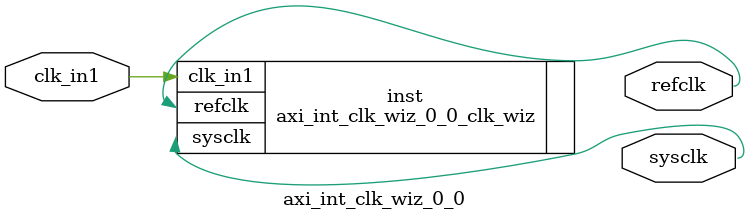
<source format=v>


`timescale 1ps/1ps

(* CORE_GENERATION_INFO = "axi_int_clk_wiz_0_0,clk_wiz_v6_0_6_0_0,{component_name=axi_int_clk_wiz_0_0,use_phase_alignment=true,use_min_o_jitter=false,use_max_i_jitter=false,use_dyn_phase_shift=false,use_inclk_switchover=false,use_dyn_reconfig=false,enable_axi=0,feedback_source=FDBK_AUTO,PRIMITIVE=MMCM,num_out_clk=2,clkin1_period=10.000,clkin2_period=10.000,use_power_down=false,use_reset=false,use_locked=false,use_inclk_stopped=false,feedback_type=SINGLE,CLOCK_MGR_TYPE=NA,manual_override=false}" *)

module axi_int_clk_wiz_0_0 
 (
  // Clock out ports
  output        sysclk,
  output        refclk,
 // Clock in ports
  input         clk_in1
 );

  axi_int_clk_wiz_0_0_clk_wiz inst
  (
  // Clock out ports  
  .sysclk(sysclk),
  .refclk(refclk),
 // Clock in ports
  .clk_in1(clk_in1)
  );

endmodule

</source>
